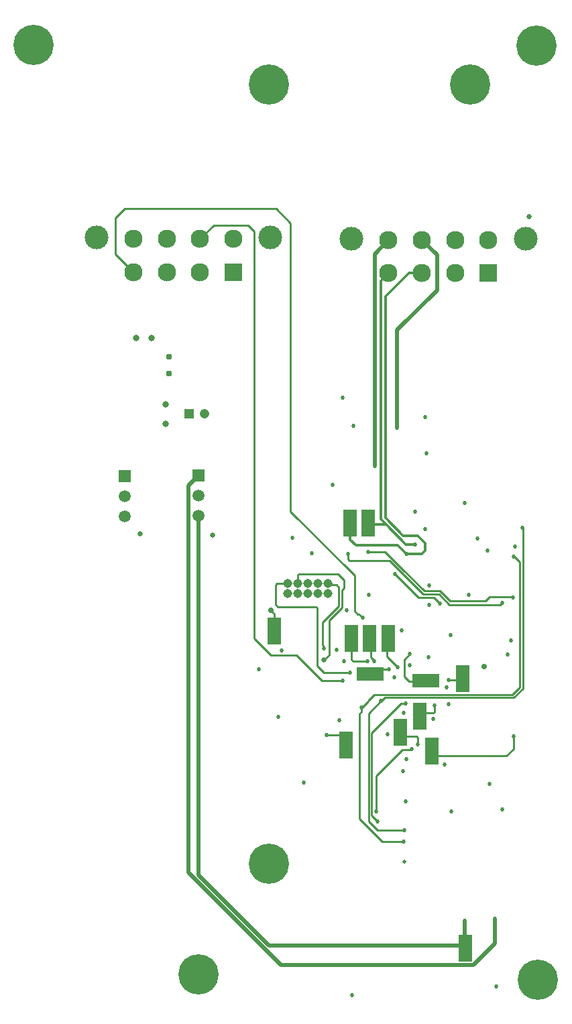
<source format=gbl>
G04*
G04 #@! TF.GenerationSoftware,Altium Limited,Altium Designer,21.7.2 (23)*
G04*
G04 Layer_Physical_Order=4*
G04 Layer_Color=16711680*
%FSLAX25Y25*%
%MOIN*%
G70*
G04*
G04 #@! TF.SameCoordinates,186AB076-094B-42DB-82BF-AC498878BA60*
G04*
G04*
G04 #@! TF.FilePolarity,Positive*
G04*
G01*
G75*
%ADD10C,0.01000*%
%ADD68C,0.04500*%
%ADD75C,0.02800*%
%ADD101C,0.02000*%
%ADD102C,0.01200*%
%ADD105C,0.11811*%
%ADD106C,0.09055*%
%ADD107R,0.09055X0.09055*%
%ADD108C,0.04756*%
%ADD109R,0.04756X0.04756*%
%ADD110R,0.05937X0.05937*%
%ADD111C,0.05937*%
%ADD112C,0.20000*%
%ADD113C,0.02047*%
%ADD114C,0.02500*%
%ADD115C,0.03150*%
%ADD116C,0.03100*%
%ADD117C,0.02000*%
%ADD137R,0.07008X0.13504*%
%ADD138R,0.13504X0.07008*%
D10*
X-108114Y175700D02*
X-100900D01*
X-109000Y176586D02*
X-108114Y175700D01*
X-110114Y225900D02*
X-90100D01*
X-110700Y226486D02*
Y229000D01*
Y226486D02*
X-110114Y225900D01*
X-34157Y204900D02*
X-34000D01*
X-60247Y203947D02*
X-35109D01*
X-34157Y204900D01*
X-28106Y227800D02*
X-25300Y224994D01*
Y162900D02*
Y224994D01*
X-92179Y230200D02*
X-83900Y221921D01*
X-100600Y230200D02*
X-92179D01*
X-87500Y219100D02*
X-75800Y207400D01*
X-67900D01*
X-65000Y204500D01*
X-123476Y183676D02*
X-122824Y183024D01*
Y182500D02*
Y183024D01*
Y182500D02*
X-122624Y182300D01*
X-123476Y183676D02*
Y195024D01*
X-120100Y178900D02*
Y196200D01*
X-122600Y176400D02*
X-120100Y178900D01*
Y196200D02*
X-113800Y202500D01*
X-115300Y203200D02*
Y212600D01*
X-123476Y195024D02*
X-115300Y203200D01*
X-112800Y212200D02*
Y216100D01*
X-113800Y202500D02*
Y211200D01*
X-112800Y212200D01*
X-116450Y213750D02*
X-115300Y212600D01*
X-115800Y219100D02*
X-112800Y216100D01*
X-135214Y219100D02*
X-115800D01*
X-135800Y214400D02*
Y218514D01*
X-135214Y219100D01*
X-100700Y155900D02*
Y156200D01*
X-104967Y97467D02*
Y149676D01*
X-104100Y150543D01*
Y152500D02*
X-100700Y155900D01*
X-104100Y150543D02*
Y152500D01*
X-100700Y156200D02*
X-97700Y159200D01*
X-82765Y168269D02*
Y176635D01*
X-80000Y179400D01*
X-98987Y99187D02*
X-95923Y96123D01*
X-98987Y140247D02*
X-84400Y154835D01*
X-81965D01*
X-98987Y99187D02*
Y140247D01*
X-105850Y199250D02*
X-105219D01*
X-107400Y200800D02*
X-105850Y199250D01*
X-103469Y197500D02*
X-103400D01*
X-105219Y199250D02*
X-103469Y197500D01*
X-91200Y178024D02*
Y186600D01*
Y178024D02*
X-85942Y172766D01*
X-90100Y225900D02*
X-73400Y209200D01*
X-65500D01*
X-109000Y176586D02*
Y187100D01*
X-67600Y150586D02*
Y153700D01*
X-68186Y150000D02*
X-67600Y150586D01*
X-94200Y156000D02*
X-94064D01*
X-23800Y162279D02*
Y242100D01*
X-94064Y156000D02*
X-92365Y157700D01*
X-28379D01*
X-23800Y162279D01*
X-81965Y154835D02*
X-81900Y154900D01*
X-82765Y168269D02*
X-80196Y165700D01*
X-177465Y392500D02*
X-160300D01*
X-184229Y385735D02*
X-177465Y392500D01*
X-157400Y187000D02*
Y389600D01*
X-160300Y392500D02*
X-157400Y389600D01*
Y187000D02*
X-149100Y178700D01*
X-136400D01*
X-123700Y166000D01*
X-113300D01*
X-139312Y250312D02*
X-109400Y220400D01*
X-139312Y250312D02*
Y393612D01*
X-221600Y400700D02*
X-146400D01*
X-139312Y393612D01*
X-226200Y396100D02*
X-221600Y400700D01*
X-226200Y378100D02*
Y396100D01*
Y378100D02*
X-217300Y369200D01*
X-109400Y220400D02*
X-109386D01*
X-107400Y218414D01*
X-149100Y201000D02*
X-147200Y199100D01*
Y190900D02*
Y199100D01*
X-111600Y134300D02*
Y136096D01*
X-114604Y139100D02*
X-111600Y136096D01*
X-121300Y139100D02*
X-114604D01*
X-145600Y202900D02*
X-126586D01*
X-146700Y204000D02*
X-145600Y202900D01*
X-146700Y204000D02*
Y213814D01*
X-146114Y214400D01*
X-140800D01*
X-120150Y213750D02*
X-116450D01*
X-50077Y205800D02*
X-42400D01*
X-50090Y205813D02*
X-50077Y205800D01*
X-59991Y205813D02*
X-50090D01*
X-65500Y209200D02*
X-60247Y203947D01*
X-42400Y205800D02*
X-40500Y207700D01*
X-28991Y207691D02*
X-28800Y207500D01*
X-29698Y207691D02*
X-28991D01*
X-29707Y207700D02*
X-29698Y207691D01*
X-40500Y207700D02*
X-29707D01*
X-64879Y210700D02*
X-59991Y205813D01*
X-29000Y159200D02*
X-25300Y162900D01*
X-60700Y166400D02*
X-54600D01*
X-53700Y167300D01*
X-75900Y134600D02*
Y137900D01*
X-28500Y132300D02*
Y138400D01*
X-76600Y138600D02*
X-75900Y137900D01*
X-74900Y148500D02*
X-73400Y150000D01*
X-68186D01*
X-83900Y221900D02*
Y221921D01*
Y221900D02*
X-72700Y210700D01*
X-28376Y227800D02*
X-28106D01*
X-23900Y242200D02*
X-23800Y242100D01*
X-149300Y188800D02*
X-147200Y190900D01*
X-104967Y97467D02*
X-93750Y86250D01*
X-100487Y96287D02*
Y149713D01*
X-126000Y173400D02*
Y202314D01*
X-126586Y202900D02*
X-126000Y202314D01*
X-122800Y170200D02*
X-109800D01*
X-126000Y173400D02*
X-122800Y170200D01*
X-99400Y177771D02*
Y186800D01*
X-99700Y187100D02*
X-99400Y186800D01*
X-107400Y200800D02*
Y218414D01*
X-120800Y214400D02*
X-120150Y213750D01*
X-93750Y86250D02*
X-83050D01*
X-96023Y91823D02*
X-82644D01*
X-100487Y96287D02*
X-96023Y91823D01*
X-96700Y101300D02*
Y118835D01*
X-83587Y131948D01*
X-78952D01*
X-78900Y132000D01*
X-82700Y138600D02*
X-76600D01*
X-84600Y140500D02*
X-82700Y138600D01*
X-100487Y149713D02*
X-94200Y156000D01*
X-66500Y128700D02*
X-32100D01*
X-69100Y131300D02*
X-66500Y128700D01*
X-32100D02*
X-28500Y132300D01*
X-97700Y159200D02*
X-29000D01*
X-80196Y165700D02*
X-77100D01*
X-99600Y169500D02*
X-97500Y167400D01*
X-99600Y169500D02*
X-97200Y171900D01*
X-90300D01*
X-97800Y175900D02*
Y176171D01*
X-99400Y177771D02*
X-97800Y176171D01*
X-91200Y186600D02*
X-90800Y187000D01*
X-72700Y210700D02*
X-64879D01*
D68*
X-120800Y214400D02*
D03*
Y209400D02*
D03*
X-125800Y214400D02*
D03*
Y209400D02*
D03*
X-130800Y214400D02*
D03*
Y209400D02*
D03*
X-135800Y214400D02*
D03*
Y209400D02*
D03*
X-140800Y214400D02*
D03*
Y209400D02*
D03*
D75*
X-43000Y173000D02*
D03*
X-149100Y201000D02*
D03*
D101*
X-52600Y33400D02*
Y46800D01*
Y33400D02*
X-52500Y33300D01*
X-37700Y35316D02*
Y47678D01*
X-37678Y47700D01*
X-48256Y24761D02*
X-37700Y35316D01*
X-143896Y24761D02*
X-48256D01*
X-190027Y70891D02*
X-143896Y24761D01*
X-190027Y70891D02*
Y263032D01*
X-185029Y268029D01*
X-150052Y34452D02*
X-53652D01*
X-52500Y33300D01*
X-185058Y69458D02*
Y248000D01*
Y69458D02*
X-150052Y34452D01*
X-97500Y378241D02*
X-90550Y385191D01*
X-97500Y272900D02*
Y378241D01*
X-66500Y360300D02*
Y377676D01*
X-74015Y385191D02*
X-66500Y377676D01*
X-86300Y340500D02*
X-66500Y360300D01*
X-86300Y291800D02*
Y340500D01*
D102*
X-83200Y238100D02*
X-76000D01*
X-92100Y247000D02*
X-83200Y238100D01*
X-76000D02*
X-72400Y234500D01*
X-106700Y233400D02*
X-85900D01*
X-81800Y229300D01*
X-109600Y236300D02*
X-106700Y233400D01*
X-109600Y236300D02*
Y244600D01*
X-91800Y243800D02*
X-81900Y233900D01*
X-94500Y246500D02*
X-91800Y243800D01*
X-99800D02*
X-91800D01*
X-100600Y244600D02*
X-99800Y243800D01*
X-92100Y357000D02*
X-80445Y368655D01*
X-74015D01*
X-92100Y247000D02*
Y357000D01*
X-74000Y229300D02*
X-72400Y230900D01*
Y234500D01*
X-81800Y229300D02*
X-74000D01*
X-81900Y233900D02*
X-77200D01*
X-94500Y246500D02*
Y364651D01*
X-90550Y368601D02*
Y368655D01*
X-94500Y364651D02*
X-90550Y368601D01*
D105*
X-109054Y385943D02*
D03*
X-22440D02*
D03*
X-235804Y386487D02*
D03*
X-149190D02*
D03*
D106*
X-90550Y385191D02*
D03*
X-74015D02*
D03*
X-57479D02*
D03*
X-40944D02*
D03*
X-90550Y368655D02*
D03*
X-74015D02*
D03*
X-57479D02*
D03*
X-217300Y385735D02*
D03*
X-200765D02*
D03*
X-184229D02*
D03*
X-167694D02*
D03*
X-217300Y369200D02*
D03*
X-200765D02*
D03*
X-184229D02*
D03*
D107*
X-40944Y368655D02*
D03*
X-167694Y369200D02*
D03*
D108*
X-181863Y298700D02*
D03*
D109*
X-189737D02*
D03*
D110*
X-185058Y268000D02*
D03*
X-221600Y267900D02*
D03*
D111*
X-185058Y258000D02*
D03*
Y248000D02*
D03*
X-221600Y247900D02*
D03*
Y257900D02*
D03*
D112*
X-266900Y482300D02*
D03*
X-150000Y75000D02*
D03*
X-185100Y20000D02*
D03*
X-16200Y17600D02*
D03*
X-17100Y481900D02*
D03*
X-50000Y462500D02*
D03*
X-150000D02*
D03*
D113*
X-37000Y14200D02*
D03*
X-52600Y46800D02*
D03*
X-108800Y9800D02*
D03*
X-84100Y191300D02*
D03*
X-100900Y175700D02*
D03*
X-60600Y154500D02*
D03*
X-59800Y188900D02*
D03*
X-34000Y204900D02*
D03*
X-100600Y230200D02*
D03*
X-87500Y219100D02*
D03*
X-65000Y204500D02*
D03*
X-50600Y208771D02*
D03*
X-122624Y182300D02*
D03*
X-103900Y152700D02*
D03*
X-80000Y179400D02*
D03*
X-81700Y127200D02*
D03*
X-82900Y150100D02*
D03*
X-97500Y272900D02*
D03*
X-103400Y197500D02*
D03*
X-143800Y181224D02*
D03*
X-85942Y172766D02*
D03*
X-29547Y186253D02*
D03*
X-67600Y153700D02*
D03*
X-81900Y154900D02*
D03*
X-86300Y291800D02*
D03*
X-138500Y237200D02*
D03*
X-113500Y306700D02*
D03*
X-118300Y263400D02*
D03*
X-34000Y102000D02*
D03*
X-132600Y115550D02*
D03*
X-114900Y146600D02*
D03*
X-145200Y148300D02*
D03*
X-121300Y139100D02*
D03*
X-113300Y166000D02*
D03*
X-83400Y121200D02*
D03*
X-62600Y124500D02*
D03*
X-78900Y132000D02*
D03*
X-75900Y134600D02*
D03*
X-28500Y138400D02*
D03*
X-91010Y139590D02*
D03*
X-68427Y147073D02*
D03*
X-94200Y156000D02*
D03*
X-61700Y162700D02*
D03*
X-109800Y170200D02*
D03*
X-154900Y171800D02*
D03*
X-111300Y201300D02*
D03*
X-112800Y175700D02*
D03*
X-116407Y181513D02*
D03*
X-110700Y229000D02*
D03*
X-128700Y229600D02*
D03*
X-60700Y166400D02*
D03*
X-87600Y167900D02*
D03*
X-90300Y171900D02*
D03*
X-80000Y173800D02*
D03*
X-97800Y175900D02*
D03*
X-70548Y177752D02*
D03*
X-31200Y179000D02*
D03*
X-70200Y203900D02*
D03*
X-108100Y292700D02*
D03*
X-100400Y208800D02*
D03*
X-81800Y229300D02*
D03*
X-77500Y250200D02*
D03*
X-77200Y233900D02*
D03*
X-72500Y297100D02*
D03*
X-72173Y241327D02*
D03*
X-71800Y279200D02*
D03*
X-70400Y213400D02*
D03*
X-52600Y254500D02*
D03*
X-37700Y47700D02*
D03*
X-83050Y86250D02*
D03*
X-82644Y91823D02*
D03*
X-95923Y96123D02*
D03*
X-59500Y101050D02*
D03*
X-96700Y101300D02*
D03*
X-28800Y207500D02*
D03*
X-46200Y236700D02*
D03*
X-41200Y230900D02*
D03*
X-28376Y227800D02*
D03*
X-27729Y232700D02*
D03*
X-23900Y242200D02*
D03*
X-81977Y106292D02*
D03*
X-40300Y114700D02*
D03*
D114*
X-122600Y176400D02*
D03*
X-20800Y396800D02*
D03*
X-213900Y239300D02*
D03*
X-178100Y238500D02*
D03*
D115*
X-201200Y293661D02*
D03*
X-208500Y336561D02*
D03*
X-215900D02*
D03*
X-201200Y303561D02*
D03*
D116*
X-199600Y327161D02*
D03*
Y318761D02*
D03*
D117*
X-82700Y76300D02*
D03*
D137*
X-52500Y33300D02*
D03*
X-147200Y190900D02*
D03*
X-84600Y140500D02*
D03*
X-69100Y131300D02*
D03*
X-74900Y148500D02*
D03*
X-53700Y167300D02*
D03*
X-90800Y187100D02*
D03*
X-109000D02*
D03*
X-99900D02*
D03*
X-100600Y244600D02*
D03*
X-109600D02*
D03*
X-111600Y134300D02*
D03*
D138*
X-99600Y169500D02*
D03*
X-72100Y166200D02*
D03*
M02*

</source>
